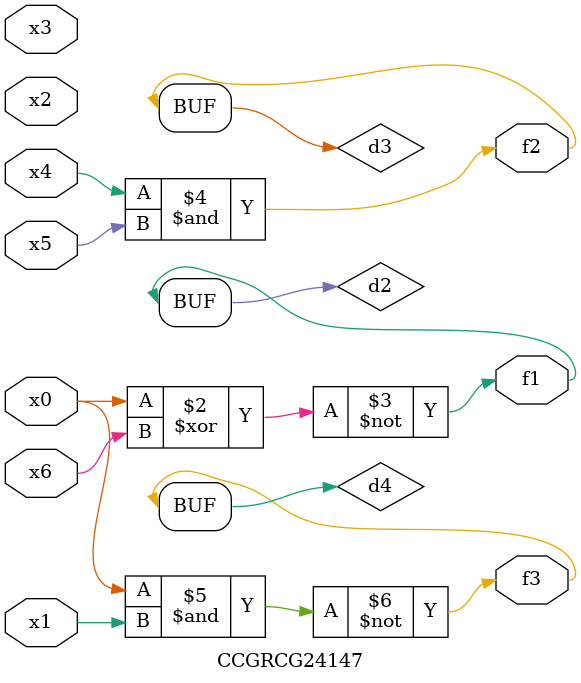
<source format=v>
module CCGRCG24147(
	input x0, x1, x2, x3, x4, x5, x6,
	output f1, f2, f3
);

	wire d1, d2, d3, d4;

	nor (d1, x0);
	xnor (d2, x0, x6);
	and (d3, x4, x5);
	nand (d4, x0, x1);
	assign f1 = d2;
	assign f2 = d3;
	assign f3 = d4;
endmodule

</source>
